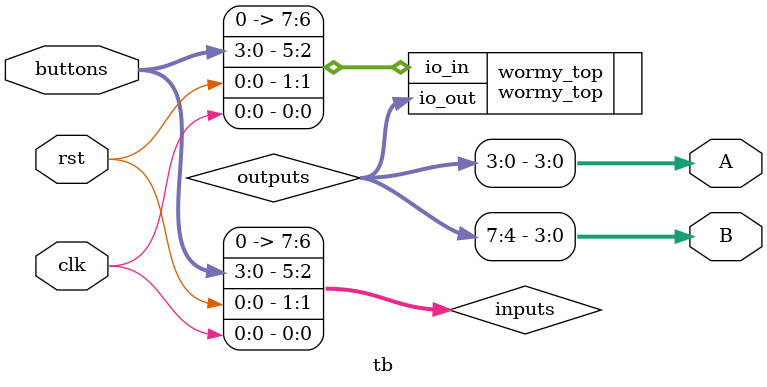
<source format=v>
`default_nettype none
`timescale 1ns/1ps

/*
this testbench just instantiates the module and makes some convenient wires
that can be driven / tested by the cocotb test.py
*/

module tb (
    // testbench is controlled by test.py
    input clk,
    input rst,
    
    input [3:0] buttons,

    output [3:0] A,
    output [3:0] B
);

    // this part dumps the trace to a vcd file that can be viewed with GTKWave
    initial begin
        $dumpfile ("tb.vcd");
        $dumpvars (0, tb);
        #1;
    end

    wire [7:0] inputs = {2'b0, buttons, rst, clk};
    wire [7:0] outputs;
    assign A = outputs[3:0];
    assign B = outputs[7:4];

    wormy_top wormy_top (
        `ifdef GL_TEST
            .vccd1( 1'b1),
            .vssd1( 1'b0),
        `endif
        .io_in  (inputs),
        .io_out (outputs)        
    );

endmodule

</source>
